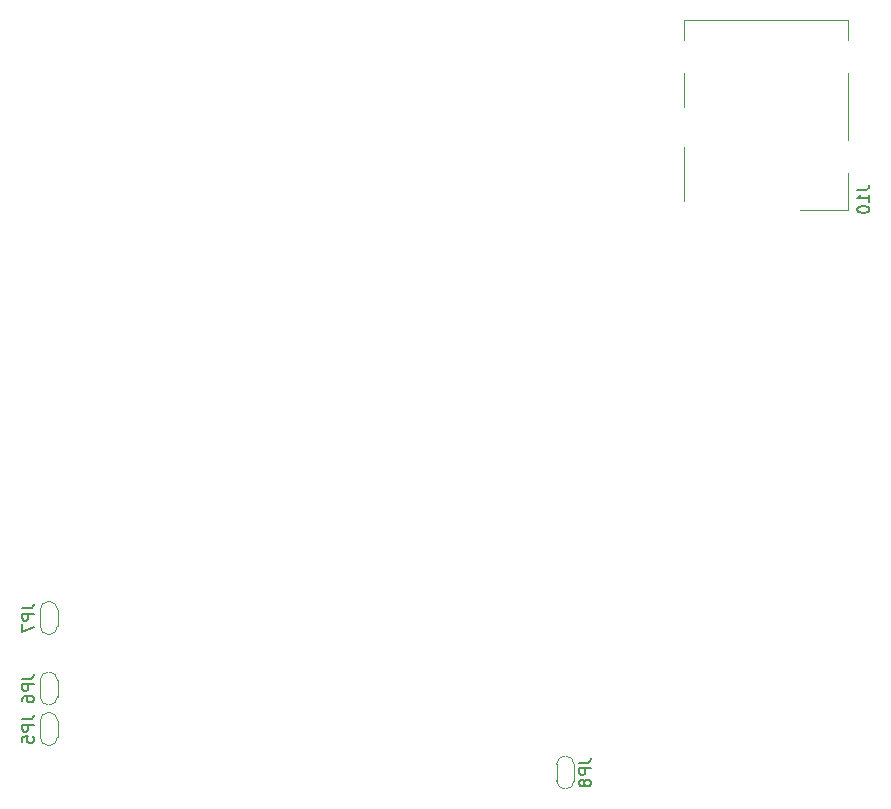
<source format=gbr>
G04 #@! TF.GenerationSoftware,KiCad,Pcbnew,(5.1.2)-2*
G04 #@! TF.CreationDate,2023-03-19T23:22:58+01:00*
G04 #@! TF.ProjectId,Retro_6809_SBC,52657472-6f5f-4363-9830-395f5342432e,rev?*
G04 #@! TF.SameCoordinates,Original*
G04 #@! TF.FileFunction,Legend,Bot*
G04 #@! TF.FilePolarity,Positive*
%FSLAX46Y46*%
G04 Gerber Fmt 4.6, Leading zero omitted, Abs format (unit mm)*
G04 Created by KiCad (PCBNEW (5.1.2)-2) date 2023-03-19 23:22:58*
%MOMM*%
%LPD*%
G04 APERTURE LIST*
%ADD10C,0.120000*%
%ADD11C,0.150000*%
G04 APERTURE END LIST*
D10*
X203851000Y-45140200D02*
X203851000Y-46840200D01*
X189951000Y-45140200D02*
X203851000Y-45140200D01*
X189951000Y-46840200D02*
X189951000Y-45140200D01*
X189951000Y-49640200D02*
X189951000Y-52540200D01*
X189951000Y-55940200D02*
X189951000Y-60440200D01*
X203851000Y-61240200D02*
X199751000Y-61240200D01*
X203851000Y-58140200D02*
X203851000Y-61240200D01*
X203851000Y-49640200D02*
X203851000Y-55340200D01*
X180619000Y-109562000D02*
X180619000Y-108162000D01*
X179144000Y-108162000D02*
X179144000Y-109562000D01*
X179919000Y-110262000D02*
G75*
G03X180619000Y-109562000I0J700000D01*
G01*
X179144000Y-109562000D02*
G75*
G03X179844000Y-110262000I700000J0D01*
G01*
X179844000Y-107462000D02*
G75*
G03X179144000Y-108162000I0J-700000D01*
G01*
X180619000Y-108162000D02*
G75*
G03X179919000Y-107462000I-700000J0D01*
G01*
X135408000Y-95081000D02*
X135408000Y-96481000D01*
X136883000Y-96481000D02*
X136883000Y-95081000D01*
X136108000Y-94381000D02*
G75*
G03X135408000Y-95081000I0J-700000D01*
G01*
X136883000Y-95081000D02*
G75*
G03X136183000Y-94381000I-700000J0D01*
G01*
X136183000Y-97181000D02*
G75*
G03X136883000Y-96481000I0J700000D01*
G01*
X135408000Y-96481000D02*
G75*
G03X136108000Y-97181000I700000J0D01*
G01*
X135408000Y-101050000D02*
X135408000Y-102450000D01*
X136883000Y-102450000D02*
X136883000Y-101050000D01*
X136108000Y-100350000D02*
G75*
G03X135408000Y-101050000I0J-700000D01*
G01*
X136883000Y-101050000D02*
G75*
G03X136183000Y-100350000I-700000J0D01*
G01*
X136183000Y-103150000D02*
G75*
G03X136883000Y-102450000I0J700000D01*
G01*
X135408000Y-102450000D02*
G75*
G03X136108000Y-103150000I700000J0D01*
G01*
X135408000Y-104479000D02*
X135408000Y-105879000D01*
X136883000Y-105879000D02*
X136883000Y-104479000D01*
X136108000Y-103779000D02*
G75*
G03X135408000Y-104479000I0J-700000D01*
G01*
X136883000Y-104479000D02*
G75*
G03X136183000Y-103779000I-700000J0D01*
G01*
X136183000Y-106579000D02*
G75*
G03X136883000Y-105879000I0J700000D01*
G01*
X135408000Y-105879000D02*
G75*
G03X136108000Y-106579000I700000J0D01*
G01*
D11*
X204603380Y-59530676D02*
X205317666Y-59530676D01*
X205460523Y-59483057D01*
X205555761Y-59387819D01*
X205603380Y-59244961D01*
X205603380Y-59149723D01*
X205603380Y-60530676D02*
X205603380Y-59959247D01*
X205603380Y-60244961D02*
X204603380Y-60244961D01*
X204746238Y-60149723D01*
X204841476Y-60054485D01*
X204889095Y-59959247D01*
X204603380Y-61149723D02*
X204603380Y-61244961D01*
X204651000Y-61340200D01*
X204698619Y-61387819D01*
X204793857Y-61435438D01*
X204984333Y-61483057D01*
X205222428Y-61483057D01*
X205412904Y-61435438D01*
X205508142Y-61387819D01*
X205555761Y-61340200D01*
X205603380Y-61244961D01*
X205603380Y-61149723D01*
X205555761Y-61054485D01*
X205508142Y-61006866D01*
X205412904Y-60959247D01*
X205222428Y-60911628D01*
X204984333Y-60911628D01*
X204793857Y-60959247D01*
X204698619Y-61006866D01*
X204651000Y-61054485D01*
X204603380Y-61149723D01*
X181046380Y-108028666D02*
X181760666Y-108028666D01*
X181903523Y-107981047D01*
X181998761Y-107885809D01*
X182046380Y-107742952D01*
X182046380Y-107647714D01*
X182046380Y-108504857D02*
X181046380Y-108504857D01*
X181046380Y-108885809D01*
X181094000Y-108981047D01*
X181141619Y-109028666D01*
X181236857Y-109076285D01*
X181379714Y-109076285D01*
X181474952Y-109028666D01*
X181522571Y-108981047D01*
X181570190Y-108885809D01*
X181570190Y-108504857D01*
X181474952Y-109647714D02*
X181427333Y-109552476D01*
X181379714Y-109504857D01*
X181284476Y-109457238D01*
X181236857Y-109457238D01*
X181141619Y-109504857D01*
X181094000Y-109552476D01*
X181046380Y-109647714D01*
X181046380Y-109838190D01*
X181094000Y-109933428D01*
X181141619Y-109981047D01*
X181236857Y-110028666D01*
X181284476Y-110028666D01*
X181379714Y-109981047D01*
X181427333Y-109933428D01*
X181474952Y-109838190D01*
X181474952Y-109647714D01*
X181522571Y-109552476D01*
X181570190Y-109504857D01*
X181665428Y-109457238D01*
X181855904Y-109457238D01*
X181951142Y-109504857D01*
X181998761Y-109552476D01*
X182046380Y-109647714D01*
X182046380Y-109838190D01*
X181998761Y-109933428D01*
X181951142Y-109981047D01*
X181855904Y-110028666D01*
X181665428Y-110028666D01*
X181570190Y-109981047D01*
X181522571Y-109933428D01*
X181474952Y-109838190D01*
X133885380Y-94947666D02*
X134599666Y-94947666D01*
X134742523Y-94900047D01*
X134837761Y-94804809D01*
X134885380Y-94661952D01*
X134885380Y-94566714D01*
X134885380Y-95423857D02*
X133885380Y-95423857D01*
X133885380Y-95804809D01*
X133933000Y-95900047D01*
X133980619Y-95947666D01*
X134075857Y-95995285D01*
X134218714Y-95995285D01*
X134313952Y-95947666D01*
X134361571Y-95900047D01*
X134409190Y-95804809D01*
X134409190Y-95423857D01*
X133885380Y-96328619D02*
X133885380Y-96995285D01*
X134885380Y-96566714D01*
X133885380Y-100916666D02*
X134599666Y-100916666D01*
X134742523Y-100869047D01*
X134837761Y-100773809D01*
X134885380Y-100630952D01*
X134885380Y-100535714D01*
X134885380Y-101392857D02*
X133885380Y-101392857D01*
X133885380Y-101773809D01*
X133933000Y-101869047D01*
X133980619Y-101916666D01*
X134075857Y-101964285D01*
X134218714Y-101964285D01*
X134313952Y-101916666D01*
X134361571Y-101869047D01*
X134409190Y-101773809D01*
X134409190Y-101392857D01*
X133885380Y-102821428D02*
X133885380Y-102630952D01*
X133933000Y-102535714D01*
X133980619Y-102488095D01*
X134123476Y-102392857D01*
X134313952Y-102345238D01*
X134694904Y-102345238D01*
X134790142Y-102392857D01*
X134837761Y-102440476D01*
X134885380Y-102535714D01*
X134885380Y-102726190D01*
X134837761Y-102821428D01*
X134790142Y-102869047D01*
X134694904Y-102916666D01*
X134456809Y-102916666D01*
X134361571Y-102869047D01*
X134313952Y-102821428D01*
X134266333Y-102726190D01*
X134266333Y-102535714D01*
X134313952Y-102440476D01*
X134361571Y-102392857D01*
X134456809Y-102345238D01*
X133885380Y-104345666D02*
X134599666Y-104345666D01*
X134742523Y-104298047D01*
X134837761Y-104202809D01*
X134885380Y-104059952D01*
X134885380Y-103964714D01*
X134885380Y-104821857D02*
X133885380Y-104821857D01*
X133885380Y-105202809D01*
X133933000Y-105298047D01*
X133980619Y-105345666D01*
X134075857Y-105393285D01*
X134218714Y-105393285D01*
X134313952Y-105345666D01*
X134361571Y-105298047D01*
X134409190Y-105202809D01*
X134409190Y-104821857D01*
X133885380Y-106298047D02*
X133885380Y-105821857D01*
X134361571Y-105774238D01*
X134313952Y-105821857D01*
X134266333Y-105917095D01*
X134266333Y-106155190D01*
X134313952Y-106250428D01*
X134361571Y-106298047D01*
X134456809Y-106345666D01*
X134694904Y-106345666D01*
X134790142Y-106298047D01*
X134837761Y-106250428D01*
X134885380Y-106155190D01*
X134885380Y-105917095D01*
X134837761Y-105821857D01*
X134790142Y-105774238D01*
M02*

</source>
